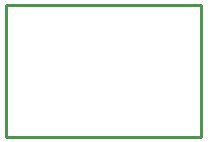
<source format=gko>
G04 ---------------------------- Layer name :KeepOutLayer*
G04 EasyEDA v5.6.15, Sat, 04 Aug 2018 23:35:44 GMT*
G04 ff0a0dfc338b45029632b96415005eff*
G04 Gerber Generator version 0.2*
G04 Scale: 100 percent, Rotated: No, Reflected: No *
G04 Dimensions in inches *
G04 leading zeros omitted , absolute positions ,2 integer and 4 decimal *
%FSLAX24Y24*%
%MOIN*%
G90*
G70D02*

%ADD10C,0.010000*%
G54D10*
G01X0Y4400D02*
G01X6500Y4400D01*
G01X6500Y0D01*
G01X0Y0D01*
G01X0Y4400D01*

%LPD*%
M00*
M02*

</source>
